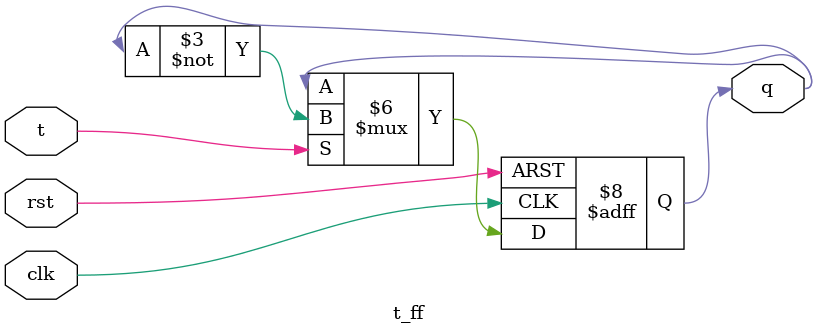
<source format=v>
module t_ff(clk,rst,t,q);
  
input clk, rst, t;
output reg q = 1'b0;

always @(posedge clk, negedge rst)
  if(!rst) q<=1'b0;
  else if(t) q=~q;
  else q=q;

endmodule

</source>
